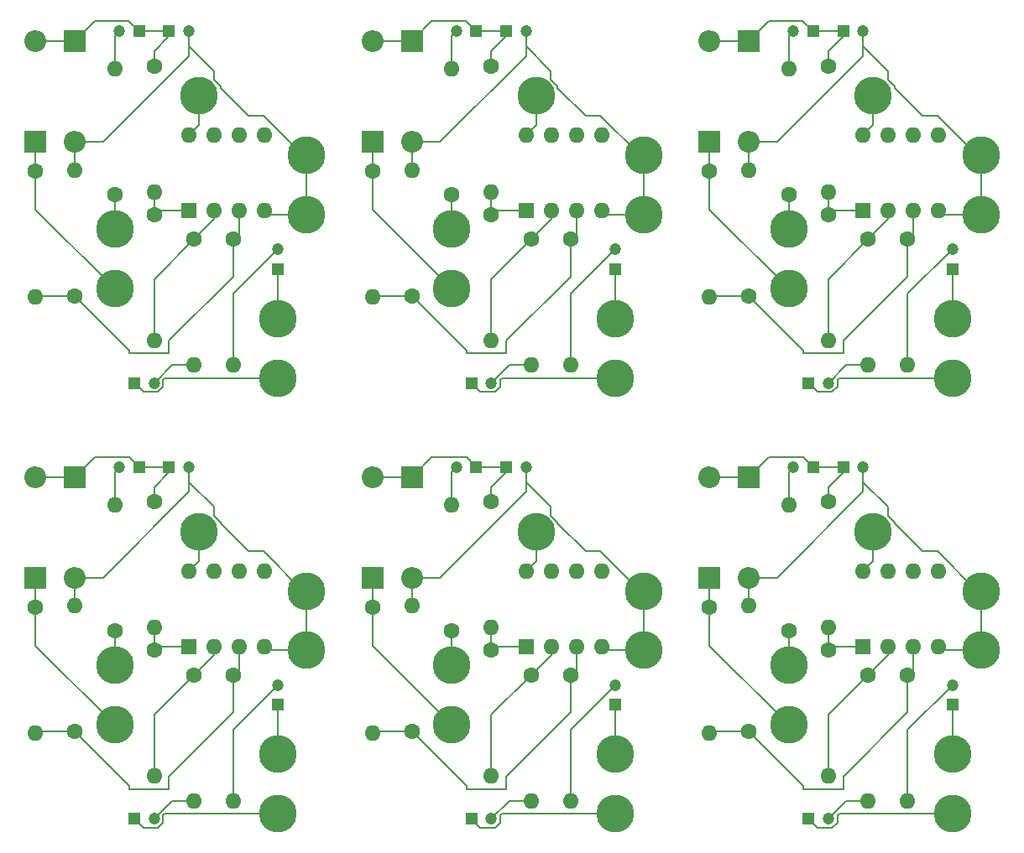
<source format=gbr>
%TF.GenerationSoftware,KiCad,Pcbnew,8.0.1*%
%TF.CreationDate,2024-05-08T16:13:39-04:00*%
%TF.ProjectId,whistle-synth,77686973-746c-4652-9d73-796e74682e6b,rev?*%
%TF.SameCoordinates,Original*%
%TF.FileFunction,Copper,L1,Top*%
%TF.FilePolarity,Positive*%
%FSLAX46Y46*%
G04 Gerber Fmt 4.6, Leading zero omitted, Abs format (unit mm)*
G04 Created by KiCad (PCBNEW 8.0.1) date 2024-05-08 16:13:39*
%MOMM*%
%LPD*%
G01*
G04 APERTURE LIST*
%TA.AperFunction,ConnectorPad*%
%ADD10C,3.800000*%
%TD*%
%TA.AperFunction,ComponentPad*%
%ADD11C,2.600000*%
%TD*%
%TA.AperFunction,ComponentPad*%
%ADD12C,1.200000*%
%TD*%
%TA.AperFunction,ComponentPad*%
%ADD13R,1.200000X1.200000*%
%TD*%
%TA.AperFunction,ComponentPad*%
%ADD14O,1.600000X1.600000*%
%TD*%
%TA.AperFunction,ComponentPad*%
%ADD15C,1.600000*%
%TD*%
%TA.AperFunction,ComponentPad*%
%ADD16O,2.200000X2.200000*%
%TD*%
%TA.AperFunction,ComponentPad*%
%ADD17R,2.200000X2.200000*%
%TD*%
%TA.AperFunction,ComponentPad*%
%ADD18R,1.600000X1.600000*%
%TD*%
%TA.AperFunction,Conductor*%
%ADD19C,0.200000*%
%TD*%
G04 APERTURE END LIST*
D10*
%TO.P,H4,1,1*%
%TO.N,Net-(H4-Pad1)*%
X228000000Y-68500000D03*
D11*
X228000000Y-68500000D03*
%TD*%
D12*
%TO.P,C2,2*%
%TO.N,Net-(C2-Pad2)*%
X244500000Y-70500000D03*
D13*
%TO.P,C2,1*%
%TO.N,Net-(C2-Pad1)*%
X244500000Y-72500000D03*
%TD*%
D10*
%TO.P,H2,1,1*%
%TO.N,Net-(C2-Pad1)*%
X244500000Y-77500000D03*
D11*
X244500000Y-77500000D03*
%TD*%
D14*
%TO.P,R3,2*%
%TO.N,Net-(U1A--)*%
X232000000Y-79700000D03*
D15*
%TO.P,R3,1*%
%TO.N,Net-(R3-Pad1)*%
X232000000Y-67000000D03*
%TD*%
D16*
%TO.P,D1,2,A*%
%TO.N,Net-(D1-A)*%
X224000000Y-59660000D03*
D17*
%TO.P,D1,1,K*%
%TO.N,Net-(D1-K)*%
X224000000Y-49500000D03*
%TD*%
D12*
%TO.P,C3,2*%
%TO.N,Net-(D1-A)*%
X235500000Y-48500000D03*
D13*
%TO.P,C3,1*%
%TO.N,Net-(D1-K)*%
X233500000Y-48500000D03*
%TD*%
D16*
%TO.P,D2,2,A*%
%TO.N,Net-(D1-K)*%
X220000000Y-49500000D03*
D17*
%TO.P,D2,1,K*%
%TO.N,Net-(D2-K)*%
X220000000Y-59660000D03*
%TD*%
D14*
%TO.P,R1,2*%
%TO.N,Net-(C1-Pad2)*%
X236000000Y-82200000D03*
D15*
%TO.P,R1,1*%
%TO.N,Net-(U1A--)*%
X236000000Y-69500000D03*
%TD*%
D10*
%TO.P,H1,1,1*%
%TO.N,Net-(C1-Pad1)*%
X244500000Y-83500000D03*
D11*
X244500000Y-83500000D03*
%TD*%
D12*
%TO.P,C4,2*%
%TO.N,Net-(C4-Pad2)*%
X228472600Y-48500000D03*
D13*
%TO.P,C4,1*%
%TO.N,Net-(D1-K)*%
X230472600Y-48500000D03*
%TD*%
D10*
%TO.P,H3,1,1*%
%TO.N,Net-(D1-A)*%
X247380000Y-67000000D03*
D11*
X247380000Y-67000000D03*
%TD*%
D10*
%TO.P,H5,1,1*%
%TO.N,Net-(D1-A)*%
X247380000Y-61000000D03*
D11*
X247380000Y-61000000D03*
%TD*%
D14*
%TO.P,R2,2*%
%TO.N,Net-(C2-Pad2)*%
X240000000Y-82200000D03*
D15*
%TO.P,R2,1*%
%TO.N,Net-(U1A-+)*%
X240000000Y-69500000D03*
%TD*%
D10*
%TO.P,H7,1,1*%
%TO.N,Net-(D2-K)*%
X228000000Y-74500000D03*
D11*
X228000000Y-74500000D03*
%TD*%
D14*
%TO.P,U1,8,V+*%
%TO.N,Net-(U1C-V+)*%
X235500000Y-59000000D03*
%TO.P,U1,7*%
%TO.N,unconnected-(U1-Pad7)*%
X238040000Y-59000000D03*
%TO.P,U1,6,-*%
%TO.N,unconnected-(U1B---Pad6)*%
X240580000Y-59000000D03*
%TO.P,U1,5,+*%
%TO.N,unconnected-(U1B-+-Pad5)*%
X243120000Y-59000000D03*
%TO.P,U1,4,V-*%
%TO.N,Net-(D1-A)*%
X243120000Y-66620000D03*
%TO.P,U1,3,+*%
%TO.N,Net-(U1A-+)*%
X240580000Y-66620000D03*
%TO.P,U1,2,-*%
%TO.N,Net-(U1A--)*%
X238040000Y-66620000D03*
D18*
%TO.P,U1,1*%
%TO.N,Net-(R3-Pad1)*%
X235500000Y-66620000D03*
%TD*%
D10*
%TO.P,H6,1,1*%
%TO.N,Net-(U1C-V+)*%
X236500000Y-55000000D03*
D11*
X236500000Y-55000000D03*
%TD*%
D14*
%TO.P,R5,2*%
%TO.N,Net-(D1-A)*%
X224000000Y-62500000D03*
D15*
%TO.P,R5,1*%
%TO.N,Net-(U1A-+)*%
X224000000Y-75200000D03*
%TD*%
D14*
%TO.P,R4,2*%
%TO.N,Net-(R3-Pad1)*%
X232000000Y-64700000D03*
D15*
%TO.P,R4,1*%
%TO.N,Net-(D1-K)*%
X232000000Y-52000000D03*
%TD*%
D14*
%TO.P,R7,2*%
%TO.N,Net-(C4-Pad2)*%
X228000000Y-52300000D03*
D15*
%TO.P,R7,1*%
%TO.N,Net-(H4-Pad1)*%
X228000000Y-65000000D03*
%TD*%
D12*
%TO.P,C1,2*%
%TO.N,Net-(C1-Pad2)*%
X232000000Y-84000000D03*
D13*
%TO.P,C1,1*%
%TO.N,Net-(C1-Pad1)*%
X230000000Y-84000000D03*
%TD*%
D14*
%TO.P,R6,2*%
%TO.N,Net-(U1A-+)*%
X220000000Y-75350000D03*
D15*
%TO.P,R6,1*%
%TO.N,Net-(D2-K)*%
X220000000Y-62650000D03*
%TD*%
D11*
%TO.P,H4,1,1*%
%TO.N,Net-(H4-Pad1)*%
X194000000Y-68500000D03*
D10*
X194000000Y-68500000D03*
%TD*%
D13*
%TO.P,C2,1*%
%TO.N,Net-(C2-Pad1)*%
X210500000Y-72500000D03*
D12*
%TO.P,C2,2*%
%TO.N,Net-(C2-Pad2)*%
X210500000Y-70500000D03*
%TD*%
D11*
%TO.P,H2,1,1*%
%TO.N,Net-(C2-Pad1)*%
X210500000Y-77500000D03*
D10*
X210500000Y-77500000D03*
%TD*%
D15*
%TO.P,R3,1*%
%TO.N,Net-(R3-Pad1)*%
X198000000Y-67000000D03*
D14*
%TO.P,R3,2*%
%TO.N,Net-(U1A--)*%
X198000000Y-79700000D03*
%TD*%
D17*
%TO.P,D1,1,K*%
%TO.N,Net-(D1-K)*%
X190000000Y-49500000D03*
D16*
%TO.P,D1,2,A*%
%TO.N,Net-(D1-A)*%
X190000000Y-59660000D03*
%TD*%
D13*
%TO.P,C3,1*%
%TO.N,Net-(D1-K)*%
X199500000Y-48500000D03*
D12*
%TO.P,C3,2*%
%TO.N,Net-(D1-A)*%
X201500000Y-48500000D03*
%TD*%
D17*
%TO.P,D2,1,K*%
%TO.N,Net-(D2-K)*%
X186000000Y-59660000D03*
D16*
%TO.P,D2,2,A*%
%TO.N,Net-(D1-K)*%
X186000000Y-49500000D03*
%TD*%
D15*
%TO.P,R1,1*%
%TO.N,Net-(U1A--)*%
X202000000Y-69500000D03*
D14*
%TO.P,R1,2*%
%TO.N,Net-(C1-Pad2)*%
X202000000Y-82200000D03*
%TD*%
D11*
%TO.P,H1,1,1*%
%TO.N,Net-(C1-Pad1)*%
X210500000Y-83500000D03*
D10*
X210500000Y-83500000D03*
%TD*%
D13*
%TO.P,C4,1*%
%TO.N,Net-(D1-K)*%
X196472600Y-48500000D03*
D12*
%TO.P,C4,2*%
%TO.N,Net-(C4-Pad2)*%
X194472600Y-48500000D03*
%TD*%
D11*
%TO.P,H3,1,1*%
%TO.N,Net-(D1-A)*%
X213380000Y-67000000D03*
D10*
X213380000Y-67000000D03*
%TD*%
D11*
%TO.P,H5,1,1*%
%TO.N,Net-(D1-A)*%
X213380000Y-61000000D03*
D10*
X213380000Y-61000000D03*
%TD*%
D15*
%TO.P,R2,1*%
%TO.N,Net-(U1A-+)*%
X206000000Y-69500000D03*
D14*
%TO.P,R2,2*%
%TO.N,Net-(C2-Pad2)*%
X206000000Y-82200000D03*
%TD*%
D11*
%TO.P,H7,1,1*%
%TO.N,Net-(D2-K)*%
X194000000Y-74500000D03*
D10*
X194000000Y-74500000D03*
%TD*%
D18*
%TO.P,U1,1*%
%TO.N,Net-(R3-Pad1)*%
X201500000Y-66620000D03*
D14*
%TO.P,U1,2,-*%
%TO.N,Net-(U1A--)*%
X204040000Y-66620000D03*
%TO.P,U1,3,+*%
%TO.N,Net-(U1A-+)*%
X206580000Y-66620000D03*
%TO.P,U1,4,V-*%
%TO.N,Net-(D1-A)*%
X209120000Y-66620000D03*
%TO.P,U1,5,+*%
%TO.N,unconnected-(U1B-+-Pad5)*%
X209120000Y-59000000D03*
%TO.P,U1,6,-*%
%TO.N,unconnected-(U1B---Pad6)*%
X206580000Y-59000000D03*
%TO.P,U1,7*%
%TO.N,unconnected-(U1-Pad7)*%
X204040000Y-59000000D03*
%TO.P,U1,8,V+*%
%TO.N,Net-(U1C-V+)*%
X201500000Y-59000000D03*
%TD*%
D11*
%TO.P,H6,1,1*%
%TO.N,Net-(U1C-V+)*%
X202500000Y-55000000D03*
D10*
X202500000Y-55000000D03*
%TD*%
D15*
%TO.P,R5,1*%
%TO.N,Net-(U1A-+)*%
X190000000Y-75200000D03*
D14*
%TO.P,R5,2*%
%TO.N,Net-(D1-A)*%
X190000000Y-62500000D03*
%TD*%
D15*
%TO.P,R4,1*%
%TO.N,Net-(D1-K)*%
X198000000Y-52000000D03*
D14*
%TO.P,R4,2*%
%TO.N,Net-(R3-Pad1)*%
X198000000Y-64700000D03*
%TD*%
D15*
%TO.P,R7,1*%
%TO.N,Net-(H4-Pad1)*%
X194000000Y-65000000D03*
D14*
%TO.P,R7,2*%
%TO.N,Net-(C4-Pad2)*%
X194000000Y-52300000D03*
%TD*%
D13*
%TO.P,C1,1*%
%TO.N,Net-(C1-Pad1)*%
X196000000Y-84000000D03*
D12*
%TO.P,C1,2*%
%TO.N,Net-(C1-Pad2)*%
X198000000Y-84000000D03*
%TD*%
D15*
%TO.P,R6,1*%
%TO.N,Net-(D2-K)*%
X186000000Y-62650000D03*
D14*
%TO.P,R6,2*%
%TO.N,Net-(U1A-+)*%
X186000000Y-75350000D03*
%TD*%
D11*
%TO.P,H4,1,1*%
%TO.N,Net-(H4-Pad1)*%
X160000000Y-68500000D03*
D10*
X160000000Y-68500000D03*
%TD*%
D13*
%TO.P,C2,1*%
%TO.N,Net-(C2-Pad1)*%
X176500000Y-72500000D03*
D12*
%TO.P,C2,2*%
%TO.N,Net-(C2-Pad2)*%
X176500000Y-70500000D03*
%TD*%
D11*
%TO.P,H2,1,1*%
%TO.N,Net-(C2-Pad1)*%
X176500000Y-77500000D03*
D10*
X176500000Y-77500000D03*
%TD*%
D15*
%TO.P,R3,1*%
%TO.N,Net-(R3-Pad1)*%
X164000000Y-67000000D03*
D14*
%TO.P,R3,2*%
%TO.N,Net-(U1A--)*%
X164000000Y-79700000D03*
%TD*%
D17*
%TO.P,D1,1,K*%
%TO.N,Net-(D1-K)*%
X156000000Y-49500000D03*
D16*
%TO.P,D1,2,A*%
%TO.N,Net-(D1-A)*%
X156000000Y-59660000D03*
%TD*%
D13*
%TO.P,C3,1*%
%TO.N,Net-(D1-K)*%
X165500000Y-48500000D03*
D12*
%TO.P,C3,2*%
%TO.N,Net-(D1-A)*%
X167500000Y-48500000D03*
%TD*%
D17*
%TO.P,D2,1,K*%
%TO.N,Net-(D2-K)*%
X152000000Y-59660000D03*
D16*
%TO.P,D2,2,A*%
%TO.N,Net-(D1-K)*%
X152000000Y-49500000D03*
%TD*%
D15*
%TO.P,R1,1*%
%TO.N,Net-(U1A--)*%
X168000000Y-69500000D03*
D14*
%TO.P,R1,2*%
%TO.N,Net-(C1-Pad2)*%
X168000000Y-82200000D03*
%TD*%
D11*
%TO.P,H1,1,1*%
%TO.N,Net-(C1-Pad1)*%
X176500000Y-83500000D03*
D10*
X176500000Y-83500000D03*
%TD*%
D13*
%TO.P,C4,1*%
%TO.N,Net-(D1-K)*%
X162472600Y-48500000D03*
D12*
%TO.P,C4,2*%
%TO.N,Net-(C4-Pad2)*%
X160472600Y-48500000D03*
%TD*%
D11*
%TO.P,H3,1,1*%
%TO.N,Net-(D1-A)*%
X179380000Y-67000000D03*
D10*
X179380000Y-67000000D03*
%TD*%
D11*
%TO.P,H5,1,1*%
%TO.N,Net-(D1-A)*%
X179380000Y-61000000D03*
D10*
X179380000Y-61000000D03*
%TD*%
D15*
%TO.P,R2,1*%
%TO.N,Net-(U1A-+)*%
X172000000Y-69500000D03*
D14*
%TO.P,R2,2*%
%TO.N,Net-(C2-Pad2)*%
X172000000Y-82200000D03*
%TD*%
D11*
%TO.P,H7,1,1*%
%TO.N,Net-(D2-K)*%
X160000000Y-74500000D03*
D10*
X160000000Y-74500000D03*
%TD*%
D18*
%TO.P,U1,1*%
%TO.N,Net-(R3-Pad1)*%
X167500000Y-66620000D03*
D14*
%TO.P,U1,2,-*%
%TO.N,Net-(U1A--)*%
X170040000Y-66620000D03*
%TO.P,U1,3,+*%
%TO.N,Net-(U1A-+)*%
X172580000Y-66620000D03*
%TO.P,U1,4,V-*%
%TO.N,Net-(D1-A)*%
X175120000Y-66620000D03*
%TO.P,U1,5,+*%
%TO.N,unconnected-(U1B-+-Pad5)*%
X175120000Y-59000000D03*
%TO.P,U1,6,-*%
%TO.N,unconnected-(U1B---Pad6)*%
X172580000Y-59000000D03*
%TO.P,U1,7*%
%TO.N,unconnected-(U1-Pad7)*%
X170040000Y-59000000D03*
%TO.P,U1,8,V+*%
%TO.N,Net-(U1C-V+)*%
X167500000Y-59000000D03*
%TD*%
D11*
%TO.P,H6,1,1*%
%TO.N,Net-(U1C-V+)*%
X168500000Y-55000000D03*
D10*
X168500000Y-55000000D03*
%TD*%
D15*
%TO.P,R5,1*%
%TO.N,Net-(U1A-+)*%
X156000000Y-75200000D03*
D14*
%TO.P,R5,2*%
%TO.N,Net-(D1-A)*%
X156000000Y-62500000D03*
%TD*%
D15*
%TO.P,R4,1*%
%TO.N,Net-(D1-K)*%
X164000000Y-52000000D03*
D14*
%TO.P,R4,2*%
%TO.N,Net-(R3-Pad1)*%
X164000000Y-64700000D03*
%TD*%
D15*
%TO.P,R7,1*%
%TO.N,Net-(H4-Pad1)*%
X160000000Y-65000000D03*
D14*
%TO.P,R7,2*%
%TO.N,Net-(C4-Pad2)*%
X160000000Y-52300000D03*
%TD*%
D13*
%TO.P,C1,1*%
%TO.N,Net-(C1-Pad1)*%
X162000000Y-84000000D03*
D12*
%TO.P,C1,2*%
%TO.N,Net-(C1-Pad2)*%
X164000000Y-84000000D03*
%TD*%
D15*
%TO.P,R6,1*%
%TO.N,Net-(D2-K)*%
X152000000Y-62650000D03*
D14*
%TO.P,R6,2*%
%TO.N,Net-(U1A-+)*%
X152000000Y-75350000D03*
%TD*%
D11*
%TO.P,H4,1,1*%
%TO.N,Net-(H4-Pad1)*%
X228000000Y-112500000D03*
D10*
X228000000Y-112500000D03*
%TD*%
D13*
%TO.P,C2,1*%
%TO.N,Net-(C2-Pad1)*%
X244500000Y-116500000D03*
D12*
%TO.P,C2,2*%
%TO.N,Net-(C2-Pad2)*%
X244500000Y-114500000D03*
%TD*%
D11*
%TO.P,H2,1,1*%
%TO.N,Net-(C2-Pad1)*%
X244500000Y-121500000D03*
D10*
X244500000Y-121500000D03*
%TD*%
D15*
%TO.P,R3,1*%
%TO.N,Net-(R3-Pad1)*%
X232000000Y-111000000D03*
D14*
%TO.P,R3,2*%
%TO.N,Net-(U1A--)*%
X232000000Y-123700000D03*
%TD*%
D17*
%TO.P,D1,1,K*%
%TO.N,Net-(D1-K)*%
X224000000Y-93500000D03*
D16*
%TO.P,D1,2,A*%
%TO.N,Net-(D1-A)*%
X224000000Y-103660000D03*
%TD*%
D13*
%TO.P,C3,1*%
%TO.N,Net-(D1-K)*%
X233500000Y-92500000D03*
D12*
%TO.P,C3,2*%
%TO.N,Net-(D1-A)*%
X235500000Y-92500000D03*
%TD*%
D17*
%TO.P,D2,1,K*%
%TO.N,Net-(D2-K)*%
X220000000Y-103660000D03*
D16*
%TO.P,D2,2,A*%
%TO.N,Net-(D1-K)*%
X220000000Y-93500000D03*
%TD*%
D15*
%TO.P,R1,1*%
%TO.N,Net-(U1A--)*%
X236000000Y-113500000D03*
D14*
%TO.P,R1,2*%
%TO.N,Net-(C1-Pad2)*%
X236000000Y-126200000D03*
%TD*%
D11*
%TO.P,H1,1,1*%
%TO.N,Net-(C1-Pad1)*%
X244500000Y-127500000D03*
D10*
X244500000Y-127500000D03*
%TD*%
D13*
%TO.P,C4,1*%
%TO.N,Net-(D1-K)*%
X230472600Y-92500000D03*
D12*
%TO.P,C4,2*%
%TO.N,Net-(C4-Pad2)*%
X228472600Y-92500000D03*
%TD*%
D11*
%TO.P,H3,1,1*%
%TO.N,Net-(D1-A)*%
X247380000Y-111000000D03*
D10*
X247380000Y-111000000D03*
%TD*%
D11*
%TO.P,H5,1,1*%
%TO.N,Net-(D1-A)*%
X247380000Y-105000000D03*
D10*
X247380000Y-105000000D03*
%TD*%
D15*
%TO.P,R2,1*%
%TO.N,Net-(U1A-+)*%
X240000000Y-113500000D03*
D14*
%TO.P,R2,2*%
%TO.N,Net-(C2-Pad2)*%
X240000000Y-126200000D03*
%TD*%
D11*
%TO.P,H7,1,1*%
%TO.N,Net-(D2-K)*%
X228000000Y-118500000D03*
D10*
X228000000Y-118500000D03*
%TD*%
D18*
%TO.P,U1,1*%
%TO.N,Net-(R3-Pad1)*%
X235500000Y-110620000D03*
D14*
%TO.P,U1,2,-*%
%TO.N,Net-(U1A--)*%
X238040000Y-110620000D03*
%TO.P,U1,3,+*%
%TO.N,Net-(U1A-+)*%
X240580000Y-110620000D03*
%TO.P,U1,4,V-*%
%TO.N,Net-(D1-A)*%
X243120000Y-110620000D03*
%TO.P,U1,5,+*%
%TO.N,unconnected-(U1B-+-Pad5)*%
X243120000Y-103000000D03*
%TO.P,U1,6,-*%
%TO.N,unconnected-(U1B---Pad6)*%
X240580000Y-103000000D03*
%TO.P,U1,7*%
%TO.N,unconnected-(U1-Pad7)*%
X238040000Y-103000000D03*
%TO.P,U1,8,V+*%
%TO.N,Net-(U1C-V+)*%
X235500000Y-103000000D03*
%TD*%
D11*
%TO.P,H6,1,1*%
%TO.N,Net-(U1C-V+)*%
X236500000Y-99000000D03*
D10*
X236500000Y-99000000D03*
%TD*%
D15*
%TO.P,R5,1*%
%TO.N,Net-(U1A-+)*%
X224000000Y-119200000D03*
D14*
%TO.P,R5,2*%
%TO.N,Net-(D1-A)*%
X224000000Y-106500000D03*
%TD*%
D15*
%TO.P,R4,1*%
%TO.N,Net-(D1-K)*%
X232000000Y-96000000D03*
D14*
%TO.P,R4,2*%
%TO.N,Net-(R3-Pad1)*%
X232000000Y-108700000D03*
%TD*%
D15*
%TO.P,R7,1*%
%TO.N,Net-(H4-Pad1)*%
X228000000Y-109000000D03*
D14*
%TO.P,R7,2*%
%TO.N,Net-(C4-Pad2)*%
X228000000Y-96300000D03*
%TD*%
D13*
%TO.P,C1,1*%
%TO.N,Net-(C1-Pad1)*%
X230000000Y-128000000D03*
D12*
%TO.P,C1,2*%
%TO.N,Net-(C1-Pad2)*%
X232000000Y-128000000D03*
%TD*%
D15*
%TO.P,R6,1*%
%TO.N,Net-(D2-K)*%
X220000000Y-106650000D03*
D14*
%TO.P,R6,2*%
%TO.N,Net-(U1A-+)*%
X220000000Y-119350000D03*
%TD*%
D11*
%TO.P,H4,1,1*%
%TO.N,Net-(H4-Pad1)*%
X194000000Y-112500000D03*
D10*
X194000000Y-112500000D03*
%TD*%
D13*
%TO.P,C2,1*%
%TO.N,Net-(C2-Pad1)*%
X210500000Y-116500000D03*
D12*
%TO.P,C2,2*%
%TO.N,Net-(C2-Pad2)*%
X210500000Y-114500000D03*
%TD*%
D11*
%TO.P,H2,1,1*%
%TO.N,Net-(C2-Pad1)*%
X210500000Y-121500000D03*
D10*
X210500000Y-121500000D03*
%TD*%
D15*
%TO.P,R3,1*%
%TO.N,Net-(R3-Pad1)*%
X198000000Y-111000000D03*
D14*
%TO.P,R3,2*%
%TO.N,Net-(U1A--)*%
X198000000Y-123700000D03*
%TD*%
D17*
%TO.P,D1,1,K*%
%TO.N,Net-(D1-K)*%
X190000000Y-93500000D03*
D16*
%TO.P,D1,2,A*%
%TO.N,Net-(D1-A)*%
X190000000Y-103660000D03*
%TD*%
D13*
%TO.P,C3,1*%
%TO.N,Net-(D1-K)*%
X199500000Y-92500000D03*
D12*
%TO.P,C3,2*%
%TO.N,Net-(D1-A)*%
X201500000Y-92500000D03*
%TD*%
D17*
%TO.P,D2,1,K*%
%TO.N,Net-(D2-K)*%
X186000000Y-103660000D03*
D16*
%TO.P,D2,2,A*%
%TO.N,Net-(D1-K)*%
X186000000Y-93500000D03*
%TD*%
D15*
%TO.P,R1,1*%
%TO.N,Net-(U1A--)*%
X202000000Y-113500000D03*
D14*
%TO.P,R1,2*%
%TO.N,Net-(C1-Pad2)*%
X202000000Y-126200000D03*
%TD*%
D11*
%TO.P,H1,1,1*%
%TO.N,Net-(C1-Pad1)*%
X210500000Y-127500000D03*
D10*
X210500000Y-127500000D03*
%TD*%
D13*
%TO.P,C4,1*%
%TO.N,Net-(D1-K)*%
X196472600Y-92500000D03*
D12*
%TO.P,C4,2*%
%TO.N,Net-(C4-Pad2)*%
X194472600Y-92500000D03*
%TD*%
D11*
%TO.P,H3,1,1*%
%TO.N,Net-(D1-A)*%
X213380000Y-111000000D03*
D10*
X213380000Y-111000000D03*
%TD*%
D11*
%TO.P,H5,1,1*%
%TO.N,Net-(D1-A)*%
X213380000Y-105000000D03*
D10*
X213380000Y-105000000D03*
%TD*%
D15*
%TO.P,R2,1*%
%TO.N,Net-(U1A-+)*%
X206000000Y-113500000D03*
D14*
%TO.P,R2,2*%
%TO.N,Net-(C2-Pad2)*%
X206000000Y-126200000D03*
%TD*%
D11*
%TO.P,H7,1,1*%
%TO.N,Net-(D2-K)*%
X194000000Y-118500000D03*
D10*
X194000000Y-118500000D03*
%TD*%
D18*
%TO.P,U1,1*%
%TO.N,Net-(R3-Pad1)*%
X201500000Y-110620000D03*
D14*
%TO.P,U1,2,-*%
%TO.N,Net-(U1A--)*%
X204040000Y-110620000D03*
%TO.P,U1,3,+*%
%TO.N,Net-(U1A-+)*%
X206580000Y-110620000D03*
%TO.P,U1,4,V-*%
%TO.N,Net-(D1-A)*%
X209120000Y-110620000D03*
%TO.P,U1,5,+*%
%TO.N,unconnected-(U1B-+-Pad5)*%
X209120000Y-103000000D03*
%TO.P,U1,6,-*%
%TO.N,unconnected-(U1B---Pad6)*%
X206580000Y-103000000D03*
%TO.P,U1,7*%
%TO.N,unconnected-(U1-Pad7)*%
X204040000Y-103000000D03*
%TO.P,U1,8,V+*%
%TO.N,Net-(U1C-V+)*%
X201500000Y-103000000D03*
%TD*%
D11*
%TO.P,H6,1,1*%
%TO.N,Net-(U1C-V+)*%
X202500000Y-99000000D03*
D10*
X202500000Y-99000000D03*
%TD*%
D15*
%TO.P,R5,1*%
%TO.N,Net-(U1A-+)*%
X190000000Y-119200000D03*
D14*
%TO.P,R5,2*%
%TO.N,Net-(D1-A)*%
X190000000Y-106500000D03*
%TD*%
D15*
%TO.P,R4,1*%
%TO.N,Net-(D1-K)*%
X198000000Y-96000000D03*
D14*
%TO.P,R4,2*%
%TO.N,Net-(R3-Pad1)*%
X198000000Y-108700000D03*
%TD*%
D15*
%TO.P,R7,1*%
%TO.N,Net-(H4-Pad1)*%
X194000000Y-109000000D03*
D14*
%TO.P,R7,2*%
%TO.N,Net-(C4-Pad2)*%
X194000000Y-96300000D03*
%TD*%
D13*
%TO.P,C1,1*%
%TO.N,Net-(C1-Pad1)*%
X196000000Y-128000000D03*
D12*
%TO.P,C1,2*%
%TO.N,Net-(C1-Pad2)*%
X198000000Y-128000000D03*
%TD*%
D15*
%TO.P,R6,1*%
%TO.N,Net-(D2-K)*%
X186000000Y-106650000D03*
D14*
%TO.P,R6,2*%
%TO.N,Net-(U1A-+)*%
X186000000Y-119350000D03*
%TD*%
D18*
%TO.P,U1,1*%
%TO.N,Net-(R3-Pad1)*%
X167500000Y-110620000D03*
D14*
%TO.P,U1,2,-*%
%TO.N,Net-(U1A--)*%
X170040000Y-110620000D03*
%TO.P,U1,3,+*%
%TO.N,Net-(U1A-+)*%
X172580000Y-110620000D03*
%TO.P,U1,4,V-*%
%TO.N,Net-(D1-A)*%
X175120000Y-110620000D03*
%TO.P,U1,5,+*%
%TO.N,unconnected-(U1B-+-Pad5)*%
X175120000Y-103000000D03*
%TO.P,U1,6,-*%
%TO.N,unconnected-(U1B---Pad6)*%
X172580000Y-103000000D03*
%TO.P,U1,7*%
%TO.N,unconnected-(U1-Pad7)*%
X170040000Y-103000000D03*
%TO.P,U1,8,V+*%
%TO.N,Net-(U1C-V+)*%
X167500000Y-103000000D03*
%TD*%
D15*
%TO.P,R7,1*%
%TO.N,Net-(H4-Pad1)*%
X160000000Y-109000000D03*
D14*
%TO.P,R7,2*%
%TO.N,Net-(C4-Pad2)*%
X160000000Y-96300000D03*
%TD*%
D15*
%TO.P,R6,1*%
%TO.N,Net-(D2-K)*%
X152000000Y-106650000D03*
D14*
%TO.P,R6,2*%
%TO.N,Net-(U1A-+)*%
X152000000Y-119350000D03*
%TD*%
%TO.P,R5,2*%
%TO.N,Net-(D1-A)*%
X156000000Y-106500000D03*
D15*
%TO.P,R5,1*%
%TO.N,Net-(U1A-+)*%
X156000000Y-119200000D03*
%TD*%
%TO.P,R4,1*%
%TO.N,Net-(D1-K)*%
X164000000Y-96000000D03*
D14*
%TO.P,R4,2*%
%TO.N,Net-(R3-Pad1)*%
X164000000Y-108700000D03*
%TD*%
D15*
%TO.P,R3,1*%
%TO.N,Net-(R3-Pad1)*%
X164000000Y-111000000D03*
D14*
%TO.P,R3,2*%
%TO.N,Net-(U1A--)*%
X164000000Y-123700000D03*
%TD*%
%TO.P,R2,2*%
%TO.N,Net-(C2-Pad2)*%
X172000000Y-126200000D03*
D15*
%TO.P,R2,1*%
%TO.N,Net-(U1A-+)*%
X172000000Y-113500000D03*
%TD*%
D14*
%TO.P,R1,2*%
%TO.N,Net-(C1-Pad2)*%
X168000000Y-126200000D03*
D15*
%TO.P,R1,1*%
%TO.N,Net-(U1A--)*%
X168000000Y-113500000D03*
%TD*%
D11*
%TO.P,H7,1,1*%
%TO.N,Net-(D2-K)*%
X160000000Y-118500000D03*
D10*
X160000000Y-118500000D03*
%TD*%
D11*
%TO.P,H6,1,1*%
%TO.N,Net-(U1C-V+)*%
X168500000Y-99000000D03*
D10*
X168500000Y-99000000D03*
%TD*%
D11*
%TO.P,H5,1,1*%
%TO.N,Net-(D1-A)*%
X179380000Y-105000000D03*
D10*
X179380000Y-105000000D03*
%TD*%
D11*
%TO.P,H4,1,1*%
%TO.N,Net-(H4-Pad1)*%
X160000000Y-112500000D03*
D10*
X160000000Y-112500000D03*
%TD*%
D11*
%TO.P,H3,1,1*%
%TO.N,Net-(D1-A)*%
X179380000Y-111000000D03*
D10*
X179380000Y-111000000D03*
%TD*%
D11*
%TO.P,H2,1,1*%
%TO.N,Net-(C2-Pad1)*%
X176500000Y-121500000D03*
D10*
X176500000Y-121500000D03*
%TD*%
D11*
%TO.P,H1,1,1*%
%TO.N,Net-(C1-Pad1)*%
X176500000Y-127500000D03*
D10*
X176500000Y-127500000D03*
%TD*%
D17*
%TO.P,D2,1,K*%
%TO.N,Net-(D2-K)*%
X152000000Y-103660000D03*
D16*
%TO.P,D2,2,A*%
%TO.N,Net-(D1-K)*%
X152000000Y-93500000D03*
%TD*%
D17*
%TO.P,D1,1,K*%
%TO.N,Net-(D1-K)*%
X156000000Y-93500000D03*
D16*
%TO.P,D1,2,A*%
%TO.N,Net-(D1-A)*%
X156000000Y-103660000D03*
%TD*%
D13*
%TO.P,C4,1*%
%TO.N,Net-(D1-K)*%
X162472600Y-92500000D03*
D12*
%TO.P,C4,2*%
%TO.N,Net-(C4-Pad2)*%
X160472600Y-92500000D03*
%TD*%
D13*
%TO.P,C3,1*%
%TO.N,Net-(D1-K)*%
X165500000Y-92500000D03*
D12*
%TO.P,C3,2*%
%TO.N,Net-(D1-A)*%
X167500000Y-92500000D03*
%TD*%
D13*
%TO.P,C2,1*%
%TO.N,Net-(C2-Pad1)*%
X176500000Y-116500000D03*
D12*
%TO.P,C2,2*%
%TO.N,Net-(C2-Pad2)*%
X176500000Y-114500000D03*
%TD*%
%TO.P,C1,2*%
%TO.N,Net-(C1-Pad2)*%
X164000000Y-128000000D03*
D13*
%TO.P,C1,1*%
%TO.N,Net-(C1-Pad1)*%
X162000000Y-128000000D03*
%TD*%
D19*
%TO.N,Net-(U1A--)*%
X236000000Y-69500000D02*
X238040000Y-67460000D01*
%TO.N,Net-(D2-K)*%
X220000000Y-62650000D02*
X220000000Y-59660000D01*
%TO.N,Net-(U1A--)*%
X238040000Y-67460000D02*
X238040000Y-66620000D01*
%TO.N,Net-(D1-A)*%
X247380000Y-67000000D02*
X243500000Y-67000000D01*
X243500000Y-67000000D02*
X243120000Y-66620000D01*
%TO.N,Net-(C2-Pad1)*%
X244500000Y-77500000D02*
X244500000Y-72500000D01*
%TO.N,Net-(U1A-+)*%
X229500000Y-81000000D02*
X229500000Y-80700000D01*
X229500000Y-80700000D02*
X224000000Y-75200000D01*
X233500000Y-79755635D02*
X233500000Y-81000000D01*
X240000000Y-73255635D02*
X233500000Y-79755635D01*
X240000000Y-69500000D02*
X240000000Y-73255635D01*
X233500000Y-81000000D02*
X229500000Y-81000000D01*
%TO.N,Net-(D1-K)*%
X224000000Y-49500000D02*
X226000000Y-47500000D01*
X229500000Y-47500000D02*
X229500000Y-47527400D01*
X229500000Y-47527400D02*
X230472600Y-48500000D01*
X226000000Y-47500000D02*
X229500000Y-47500000D01*
%TO.N,Net-(U1C-V+)*%
X236500000Y-58000000D02*
X235500000Y-59000000D01*
%TO.N,Net-(D1-K)*%
X230472600Y-48500000D02*
X233500000Y-48500000D01*
%TO.N,Net-(U1A--)*%
X232000000Y-79700000D02*
X232000000Y-73500000D01*
%TO.N,Net-(D1-A)*%
X247380000Y-61000000D02*
X247380000Y-67000000D01*
%TO.N,Net-(D1-K)*%
X233500000Y-49000000D02*
X232000000Y-50500000D01*
X232000000Y-50500000D02*
X232000000Y-52000000D01*
%TO.N,Net-(U1C-V+)*%
X236500000Y-55000000D02*
X236500000Y-58000000D01*
%TO.N,Net-(U1A--)*%
X232000000Y-73500000D02*
X236000000Y-69500000D01*
%TO.N,Net-(D1-K)*%
X233500000Y-48500000D02*
X233500000Y-49000000D01*
%TO.N,Net-(C4-Pad2)*%
X228000000Y-48972600D02*
X228472600Y-48500000D01*
X228000000Y-52300000D02*
X228000000Y-48972600D01*
%TO.N,Net-(D2-K)*%
X220000000Y-66500000D02*
X220000000Y-62650000D01*
%TO.N,Net-(D1-A)*%
X235500000Y-50000000D02*
X238000000Y-52500000D01*
X235500000Y-48500000D02*
X235500000Y-50000000D01*
X238000000Y-52500000D02*
X238000000Y-53388730D01*
X238700000Y-54088730D02*
X238700000Y-54200000D01*
X238000000Y-53388730D02*
X238700000Y-54088730D01*
X247000000Y-61000000D02*
X247380000Y-61000000D01*
%TO.N,Net-(U1A-+)*%
X240580000Y-66620000D02*
X240580000Y-68920000D01*
%TO.N,Net-(D1-A)*%
X243000000Y-57000000D02*
X247000000Y-61000000D01*
X238700000Y-54200000D02*
X241500000Y-57000000D01*
X224000000Y-62500000D02*
X224000000Y-59660000D01*
%TO.N,Net-(D1-K)*%
X220000000Y-49500000D02*
X224000000Y-49500000D01*
%TO.N,Net-(D1-A)*%
X241500000Y-57000000D02*
X243000000Y-57000000D01*
%TO.N,Net-(D2-K)*%
X228000000Y-74500000D02*
X220000000Y-66500000D01*
%TO.N,Net-(U1A-+)*%
X240580000Y-68920000D02*
X240000000Y-69500000D01*
%TO.N,Net-(R3-Pad1)*%
X232000000Y-67000000D02*
X232000000Y-64700000D01*
%TO.N,Net-(U1A-+)*%
X224000000Y-75200000D02*
X220150000Y-75200000D01*
X220150000Y-75200000D02*
X220000000Y-75350000D01*
%TO.N,Net-(H4-Pad1)*%
X228000000Y-68500000D02*
X228000000Y-65000000D01*
%TO.N,Net-(R3-Pad1)*%
X235500000Y-66620000D02*
X232380000Y-66620000D01*
X232380000Y-66620000D02*
X232000000Y-67000000D01*
%TO.N,Net-(C1-Pad1)*%
X232372793Y-84900000D02*
X230900000Y-84900000D01*
X244500000Y-83500000D02*
X233065686Y-83500000D01*
X232900000Y-84372793D02*
X232372793Y-84900000D01*
X230900000Y-84900000D02*
X230000000Y-84000000D01*
X233065686Y-83500000D02*
X232900000Y-83665686D01*
X232900000Y-83665686D02*
X232900000Y-84372793D01*
%TO.N,Net-(D1-A)*%
X224000000Y-59660000D02*
X226840000Y-59660000D01*
X226840000Y-59660000D02*
X235500000Y-51000000D01*
X235500000Y-51000000D02*
X235500000Y-48500000D01*
%TO.N,Net-(C2-Pad2)*%
X240000000Y-82200000D02*
X240000000Y-75000000D01*
%TO.N,Net-(C1-Pad2)*%
X232000000Y-84000000D02*
X233800000Y-82200000D01*
%TO.N,Net-(C2-Pad2)*%
X240000000Y-75000000D02*
X244500000Y-70500000D01*
%TO.N,Net-(C1-Pad2)*%
X233800000Y-82200000D02*
X236000000Y-82200000D01*
%TO.N,Net-(U1A--)*%
X202000000Y-69500000D02*
X204040000Y-67460000D01*
%TO.N,Net-(D2-K)*%
X186000000Y-62650000D02*
X186000000Y-59660000D01*
%TO.N,Net-(U1A--)*%
X204040000Y-67460000D02*
X204040000Y-66620000D01*
%TO.N,Net-(D1-A)*%
X213380000Y-67000000D02*
X209500000Y-67000000D01*
X209500000Y-67000000D02*
X209120000Y-66620000D01*
%TO.N,Net-(C2-Pad1)*%
X210500000Y-77500000D02*
X210500000Y-72500000D01*
%TO.N,Net-(U1A-+)*%
X195500000Y-81000000D02*
X195500000Y-80700000D01*
X195500000Y-80700000D02*
X190000000Y-75200000D01*
X199500000Y-79755635D02*
X199500000Y-81000000D01*
X206000000Y-73255635D02*
X199500000Y-79755635D01*
X206000000Y-69500000D02*
X206000000Y-73255635D01*
X199500000Y-81000000D02*
X195500000Y-81000000D01*
%TO.N,Net-(D1-K)*%
X190000000Y-49500000D02*
X192000000Y-47500000D01*
X195500000Y-47500000D02*
X195500000Y-47527400D01*
X195500000Y-47527400D02*
X196472600Y-48500000D01*
X192000000Y-47500000D02*
X195500000Y-47500000D01*
%TO.N,Net-(U1C-V+)*%
X202500000Y-58000000D02*
X201500000Y-59000000D01*
%TO.N,Net-(D1-K)*%
X196472600Y-48500000D02*
X199500000Y-48500000D01*
%TO.N,Net-(U1A--)*%
X198000000Y-79700000D02*
X198000000Y-73500000D01*
%TO.N,Net-(D1-A)*%
X213380000Y-61000000D02*
X213380000Y-67000000D01*
%TO.N,Net-(D1-K)*%
X199500000Y-49000000D02*
X198000000Y-50500000D01*
X198000000Y-50500000D02*
X198000000Y-52000000D01*
%TO.N,Net-(U1C-V+)*%
X202500000Y-55000000D02*
X202500000Y-58000000D01*
%TO.N,Net-(U1A--)*%
X198000000Y-73500000D02*
X202000000Y-69500000D01*
%TO.N,Net-(D1-K)*%
X199500000Y-48500000D02*
X199500000Y-49000000D01*
%TO.N,Net-(C4-Pad2)*%
X194000000Y-48972600D02*
X194472600Y-48500000D01*
X194000000Y-52300000D02*
X194000000Y-48972600D01*
%TO.N,Net-(D2-K)*%
X186000000Y-66500000D02*
X186000000Y-62650000D01*
%TO.N,Net-(D1-A)*%
X201500000Y-50000000D02*
X204000000Y-52500000D01*
X201500000Y-48500000D02*
X201500000Y-50000000D01*
X204000000Y-52500000D02*
X204000000Y-53388730D01*
X204700000Y-54088730D02*
X204700000Y-54200000D01*
X204000000Y-53388730D02*
X204700000Y-54088730D01*
X213000000Y-61000000D02*
X213380000Y-61000000D01*
%TO.N,Net-(U1A-+)*%
X206580000Y-66620000D02*
X206580000Y-68920000D01*
%TO.N,Net-(D1-A)*%
X209000000Y-57000000D02*
X213000000Y-61000000D01*
X204700000Y-54200000D02*
X207500000Y-57000000D01*
X190000000Y-62500000D02*
X190000000Y-59660000D01*
%TO.N,Net-(D1-K)*%
X186000000Y-49500000D02*
X190000000Y-49500000D01*
%TO.N,Net-(D1-A)*%
X207500000Y-57000000D02*
X209000000Y-57000000D01*
%TO.N,Net-(D2-K)*%
X194000000Y-74500000D02*
X186000000Y-66500000D01*
%TO.N,Net-(U1A-+)*%
X206580000Y-68920000D02*
X206000000Y-69500000D01*
%TO.N,Net-(R3-Pad1)*%
X198000000Y-67000000D02*
X198000000Y-64700000D01*
%TO.N,Net-(U1A-+)*%
X190000000Y-75200000D02*
X186150000Y-75200000D01*
X186150000Y-75200000D02*
X186000000Y-75350000D01*
%TO.N,Net-(H4-Pad1)*%
X194000000Y-68500000D02*
X194000000Y-65000000D01*
%TO.N,Net-(R3-Pad1)*%
X201500000Y-66620000D02*
X198380000Y-66620000D01*
X198380000Y-66620000D02*
X198000000Y-67000000D01*
%TO.N,Net-(C1-Pad1)*%
X198372793Y-84900000D02*
X196900000Y-84900000D01*
X210500000Y-83500000D02*
X199065686Y-83500000D01*
X198900000Y-84372793D02*
X198372793Y-84900000D01*
X196900000Y-84900000D02*
X196000000Y-84000000D01*
X199065686Y-83500000D02*
X198900000Y-83665686D01*
X198900000Y-83665686D02*
X198900000Y-84372793D01*
%TO.N,Net-(D1-A)*%
X190000000Y-59660000D02*
X192840000Y-59660000D01*
X192840000Y-59660000D02*
X201500000Y-51000000D01*
X201500000Y-51000000D02*
X201500000Y-48500000D01*
%TO.N,Net-(C2-Pad2)*%
X206000000Y-82200000D02*
X206000000Y-75000000D01*
%TO.N,Net-(C1-Pad2)*%
X198000000Y-84000000D02*
X199800000Y-82200000D01*
%TO.N,Net-(C2-Pad2)*%
X206000000Y-75000000D02*
X210500000Y-70500000D01*
%TO.N,Net-(C1-Pad2)*%
X199800000Y-82200000D02*
X202000000Y-82200000D01*
%TO.N,Net-(U1A--)*%
X168000000Y-69500000D02*
X170040000Y-67460000D01*
%TO.N,Net-(D2-K)*%
X152000000Y-62650000D02*
X152000000Y-59660000D01*
%TO.N,Net-(U1A--)*%
X170040000Y-67460000D02*
X170040000Y-66620000D01*
%TO.N,Net-(D1-A)*%
X179380000Y-67000000D02*
X175500000Y-67000000D01*
X175500000Y-67000000D02*
X175120000Y-66620000D01*
%TO.N,Net-(C2-Pad1)*%
X176500000Y-77500000D02*
X176500000Y-72500000D01*
%TO.N,Net-(U1A-+)*%
X161500000Y-81000000D02*
X161500000Y-80700000D01*
X161500000Y-80700000D02*
X156000000Y-75200000D01*
X165500000Y-79755635D02*
X165500000Y-81000000D01*
X172000000Y-73255635D02*
X165500000Y-79755635D01*
X172000000Y-69500000D02*
X172000000Y-73255635D01*
X165500000Y-81000000D02*
X161500000Y-81000000D01*
%TO.N,Net-(D1-K)*%
X156000000Y-49500000D02*
X158000000Y-47500000D01*
X161500000Y-47500000D02*
X161500000Y-47527400D01*
X161500000Y-47527400D02*
X162472600Y-48500000D01*
X158000000Y-47500000D02*
X161500000Y-47500000D01*
%TO.N,Net-(U1C-V+)*%
X168500000Y-58000000D02*
X167500000Y-59000000D01*
%TO.N,Net-(D1-K)*%
X162472600Y-48500000D02*
X165500000Y-48500000D01*
%TO.N,Net-(U1A--)*%
X164000000Y-79700000D02*
X164000000Y-73500000D01*
%TO.N,Net-(D1-A)*%
X179380000Y-61000000D02*
X179380000Y-67000000D01*
%TO.N,Net-(D1-K)*%
X165500000Y-49000000D02*
X164000000Y-50500000D01*
X164000000Y-50500000D02*
X164000000Y-52000000D01*
%TO.N,Net-(U1C-V+)*%
X168500000Y-55000000D02*
X168500000Y-58000000D01*
%TO.N,Net-(U1A--)*%
X164000000Y-73500000D02*
X168000000Y-69500000D01*
%TO.N,Net-(D1-K)*%
X165500000Y-48500000D02*
X165500000Y-49000000D01*
%TO.N,Net-(C4-Pad2)*%
X160000000Y-48972600D02*
X160472600Y-48500000D01*
X160000000Y-52300000D02*
X160000000Y-48972600D01*
%TO.N,Net-(D2-K)*%
X152000000Y-66500000D02*
X152000000Y-62650000D01*
%TO.N,Net-(D1-A)*%
X167500000Y-50000000D02*
X170000000Y-52500000D01*
X167500000Y-48500000D02*
X167500000Y-50000000D01*
X170000000Y-52500000D02*
X170000000Y-53388730D01*
X170700000Y-54088730D02*
X170700000Y-54200000D01*
X170000000Y-53388730D02*
X170700000Y-54088730D01*
X179000000Y-61000000D02*
X179380000Y-61000000D01*
%TO.N,Net-(U1A-+)*%
X172580000Y-66620000D02*
X172580000Y-68920000D01*
%TO.N,Net-(D1-A)*%
X175000000Y-57000000D02*
X179000000Y-61000000D01*
X170700000Y-54200000D02*
X173500000Y-57000000D01*
X156000000Y-62500000D02*
X156000000Y-59660000D01*
%TO.N,Net-(D1-K)*%
X152000000Y-49500000D02*
X156000000Y-49500000D01*
%TO.N,Net-(D1-A)*%
X173500000Y-57000000D02*
X175000000Y-57000000D01*
%TO.N,Net-(D2-K)*%
X160000000Y-74500000D02*
X152000000Y-66500000D01*
%TO.N,Net-(U1A-+)*%
X172580000Y-68920000D02*
X172000000Y-69500000D01*
%TO.N,Net-(R3-Pad1)*%
X164000000Y-67000000D02*
X164000000Y-64700000D01*
%TO.N,Net-(U1A-+)*%
X156000000Y-75200000D02*
X152150000Y-75200000D01*
X152150000Y-75200000D02*
X152000000Y-75350000D01*
%TO.N,Net-(H4-Pad1)*%
X160000000Y-68500000D02*
X160000000Y-65000000D01*
%TO.N,Net-(R3-Pad1)*%
X167500000Y-66620000D02*
X164380000Y-66620000D01*
X164380000Y-66620000D02*
X164000000Y-67000000D01*
%TO.N,Net-(C1-Pad1)*%
X164372793Y-84900000D02*
X162900000Y-84900000D01*
X176500000Y-83500000D02*
X165065686Y-83500000D01*
X164900000Y-84372793D02*
X164372793Y-84900000D01*
X162900000Y-84900000D02*
X162000000Y-84000000D01*
X165065686Y-83500000D02*
X164900000Y-83665686D01*
X164900000Y-83665686D02*
X164900000Y-84372793D01*
%TO.N,Net-(D1-A)*%
X156000000Y-59660000D02*
X158840000Y-59660000D01*
X158840000Y-59660000D02*
X167500000Y-51000000D01*
X167500000Y-51000000D02*
X167500000Y-48500000D01*
%TO.N,Net-(C2-Pad2)*%
X172000000Y-82200000D02*
X172000000Y-75000000D01*
%TO.N,Net-(C1-Pad2)*%
X164000000Y-84000000D02*
X165800000Y-82200000D01*
%TO.N,Net-(C2-Pad2)*%
X172000000Y-75000000D02*
X176500000Y-70500000D01*
%TO.N,Net-(C1-Pad2)*%
X165800000Y-82200000D02*
X168000000Y-82200000D01*
%TO.N,Net-(U1A--)*%
X236000000Y-113500000D02*
X238040000Y-111460000D01*
%TO.N,Net-(D2-K)*%
X220000000Y-106650000D02*
X220000000Y-103660000D01*
%TO.N,Net-(U1A--)*%
X238040000Y-111460000D02*
X238040000Y-110620000D01*
%TO.N,Net-(D1-A)*%
X247380000Y-111000000D02*
X243500000Y-111000000D01*
X243500000Y-111000000D02*
X243120000Y-110620000D01*
%TO.N,Net-(C2-Pad1)*%
X244500000Y-121500000D02*
X244500000Y-116500000D01*
%TO.N,Net-(U1A-+)*%
X229500000Y-125000000D02*
X229500000Y-124700000D01*
X229500000Y-124700000D02*
X224000000Y-119200000D01*
X233500000Y-123755635D02*
X233500000Y-125000000D01*
X240000000Y-117255635D02*
X233500000Y-123755635D01*
X240000000Y-113500000D02*
X240000000Y-117255635D01*
X233500000Y-125000000D02*
X229500000Y-125000000D01*
%TO.N,Net-(D1-K)*%
X224000000Y-93500000D02*
X226000000Y-91500000D01*
X229500000Y-91500000D02*
X229500000Y-91527400D01*
X229500000Y-91527400D02*
X230472600Y-92500000D01*
X226000000Y-91500000D02*
X229500000Y-91500000D01*
%TO.N,Net-(U1C-V+)*%
X236500000Y-102000000D02*
X235500000Y-103000000D01*
%TO.N,Net-(D1-K)*%
X230472600Y-92500000D02*
X233500000Y-92500000D01*
%TO.N,Net-(U1A--)*%
X232000000Y-123700000D02*
X232000000Y-117500000D01*
%TO.N,Net-(D1-A)*%
X247380000Y-105000000D02*
X247380000Y-111000000D01*
%TO.N,Net-(D1-K)*%
X233500000Y-93000000D02*
X232000000Y-94500000D01*
X232000000Y-94500000D02*
X232000000Y-96000000D01*
%TO.N,Net-(U1C-V+)*%
X236500000Y-99000000D02*
X236500000Y-102000000D01*
%TO.N,Net-(U1A--)*%
X232000000Y-117500000D02*
X236000000Y-113500000D01*
%TO.N,Net-(D1-K)*%
X233500000Y-92500000D02*
X233500000Y-93000000D01*
%TO.N,Net-(C4-Pad2)*%
X228000000Y-92972600D02*
X228472600Y-92500000D01*
X228000000Y-96300000D02*
X228000000Y-92972600D01*
%TO.N,Net-(D2-K)*%
X220000000Y-110500000D02*
X220000000Y-106650000D01*
%TO.N,Net-(D1-A)*%
X235500000Y-94000000D02*
X238000000Y-96500000D01*
X235500000Y-92500000D02*
X235500000Y-94000000D01*
X238000000Y-96500000D02*
X238000000Y-97388730D01*
X238700000Y-98088730D02*
X238700000Y-98200000D01*
X238000000Y-97388730D02*
X238700000Y-98088730D01*
X247000000Y-105000000D02*
X247380000Y-105000000D01*
%TO.N,Net-(U1A-+)*%
X240580000Y-110620000D02*
X240580000Y-112920000D01*
%TO.N,Net-(D1-A)*%
X243000000Y-101000000D02*
X247000000Y-105000000D01*
X238700000Y-98200000D02*
X241500000Y-101000000D01*
X224000000Y-106500000D02*
X224000000Y-103660000D01*
%TO.N,Net-(D1-K)*%
X220000000Y-93500000D02*
X224000000Y-93500000D01*
%TO.N,Net-(D1-A)*%
X241500000Y-101000000D02*
X243000000Y-101000000D01*
%TO.N,Net-(D2-K)*%
X228000000Y-118500000D02*
X220000000Y-110500000D01*
%TO.N,Net-(U1A-+)*%
X240580000Y-112920000D02*
X240000000Y-113500000D01*
%TO.N,Net-(R3-Pad1)*%
X232000000Y-111000000D02*
X232000000Y-108700000D01*
%TO.N,Net-(U1A-+)*%
X224000000Y-119200000D02*
X220150000Y-119200000D01*
X220150000Y-119200000D02*
X220000000Y-119350000D01*
%TO.N,Net-(H4-Pad1)*%
X228000000Y-112500000D02*
X228000000Y-109000000D01*
%TO.N,Net-(R3-Pad1)*%
X235500000Y-110620000D02*
X232380000Y-110620000D01*
X232380000Y-110620000D02*
X232000000Y-111000000D01*
%TO.N,Net-(C1-Pad1)*%
X232372793Y-128900000D02*
X230900000Y-128900000D01*
X244500000Y-127500000D02*
X233065686Y-127500000D01*
X232900000Y-128372793D02*
X232372793Y-128900000D01*
X230900000Y-128900000D02*
X230000000Y-128000000D01*
X233065686Y-127500000D02*
X232900000Y-127665686D01*
X232900000Y-127665686D02*
X232900000Y-128372793D01*
%TO.N,Net-(D1-A)*%
X224000000Y-103660000D02*
X226840000Y-103660000D01*
X226840000Y-103660000D02*
X235500000Y-95000000D01*
X235500000Y-95000000D02*
X235500000Y-92500000D01*
%TO.N,Net-(C2-Pad2)*%
X240000000Y-126200000D02*
X240000000Y-119000000D01*
%TO.N,Net-(C1-Pad2)*%
X232000000Y-128000000D02*
X233800000Y-126200000D01*
%TO.N,Net-(C2-Pad2)*%
X240000000Y-119000000D02*
X244500000Y-114500000D01*
%TO.N,Net-(C1-Pad2)*%
X233800000Y-126200000D02*
X236000000Y-126200000D01*
%TO.N,Net-(U1A--)*%
X202000000Y-113500000D02*
X204040000Y-111460000D01*
%TO.N,Net-(D2-K)*%
X186000000Y-106650000D02*
X186000000Y-103660000D01*
%TO.N,Net-(U1A--)*%
X204040000Y-111460000D02*
X204040000Y-110620000D01*
%TO.N,Net-(D1-A)*%
X213380000Y-111000000D02*
X209500000Y-111000000D01*
X209500000Y-111000000D02*
X209120000Y-110620000D01*
%TO.N,Net-(C2-Pad1)*%
X210500000Y-121500000D02*
X210500000Y-116500000D01*
%TO.N,Net-(U1A-+)*%
X195500000Y-125000000D02*
X195500000Y-124700000D01*
X195500000Y-124700000D02*
X190000000Y-119200000D01*
X199500000Y-123755635D02*
X199500000Y-125000000D01*
X206000000Y-117255635D02*
X199500000Y-123755635D01*
X206000000Y-113500000D02*
X206000000Y-117255635D01*
X199500000Y-125000000D02*
X195500000Y-125000000D01*
%TO.N,Net-(D1-K)*%
X190000000Y-93500000D02*
X192000000Y-91500000D01*
X195500000Y-91500000D02*
X195500000Y-91527400D01*
X195500000Y-91527400D02*
X196472600Y-92500000D01*
X192000000Y-91500000D02*
X195500000Y-91500000D01*
%TO.N,Net-(U1C-V+)*%
X202500000Y-102000000D02*
X201500000Y-103000000D01*
%TO.N,Net-(D1-K)*%
X196472600Y-92500000D02*
X199500000Y-92500000D01*
%TO.N,Net-(U1A--)*%
X198000000Y-123700000D02*
X198000000Y-117500000D01*
%TO.N,Net-(D1-A)*%
X213380000Y-105000000D02*
X213380000Y-111000000D01*
%TO.N,Net-(D1-K)*%
X199500000Y-93000000D02*
X198000000Y-94500000D01*
X198000000Y-94500000D02*
X198000000Y-96000000D01*
%TO.N,Net-(U1C-V+)*%
X202500000Y-99000000D02*
X202500000Y-102000000D01*
%TO.N,Net-(U1A--)*%
X198000000Y-117500000D02*
X202000000Y-113500000D01*
%TO.N,Net-(D1-K)*%
X199500000Y-92500000D02*
X199500000Y-93000000D01*
%TO.N,Net-(C4-Pad2)*%
X194000000Y-92972600D02*
X194472600Y-92500000D01*
X194000000Y-96300000D02*
X194000000Y-92972600D01*
%TO.N,Net-(D2-K)*%
X186000000Y-110500000D02*
X186000000Y-106650000D01*
%TO.N,Net-(D1-A)*%
X201500000Y-94000000D02*
X204000000Y-96500000D01*
X201500000Y-92500000D02*
X201500000Y-94000000D01*
X204000000Y-96500000D02*
X204000000Y-97388730D01*
X204700000Y-98088730D02*
X204700000Y-98200000D01*
X204000000Y-97388730D02*
X204700000Y-98088730D01*
X213000000Y-105000000D02*
X213380000Y-105000000D01*
%TO.N,Net-(U1A-+)*%
X206580000Y-110620000D02*
X206580000Y-112920000D01*
%TO.N,Net-(D1-A)*%
X209000000Y-101000000D02*
X213000000Y-105000000D01*
X204700000Y-98200000D02*
X207500000Y-101000000D01*
X190000000Y-106500000D02*
X190000000Y-103660000D01*
%TO.N,Net-(D1-K)*%
X186000000Y-93500000D02*
X190000000Y-93500000D01*
%TO.N,Net-(D1-A)*%
X207500000Y-101000000D02*
X209000000Y-101000000D01*
%TO.N,Net-(D2-K)*%
X194000000Y-118500000D02*
X186000000Y-110500000D01*
%TO.N,Net-(U1A-+)*%
X206580000Y-112920000D02*
X206000000Y-113500000D01*
%TO.N,Net-(R3-Pad1)*%
X198000000Y-111000000D02*
X198000000Y-108700000D01*
%TO.N,Net-(U1A-+)*%
X190000000Y-119200000D02*
X186150000Y-119200000D01*
X186150000Y-119200000D02*
X186000000Y-119350000D01*
%TO.N,Net-(H4-Pad1)*%
X194000000Y-112500000D02*
X194000000Y-109000000D01*
%TO.N,Net-(R3-Pad1)*%
X201500000Y-110620000D02*
X198380000Y-110620000D01*
X198380000Y-110620000D02*
X198000000Y-111000000D01*
%TO.N,Net-(C1-Pad1)*%
X198372793Y-128900000D02*
X196900000Y-128900000D01*
X210500000Y-127500000D02*
X199065686Y-127500000D01*
X198900000Y-128372793D02*
X198372793Y-128900000D01*
X196900000Y-128900000D02*
X196000000Y-128000000D01*
X199065686Y-127500000D02*
X198900000Y-127665686D01*
X198900000Y-127665686D02*
X198900000Y-128372793D01*
%TO.N,Net-(D1-A)*%
X190000000Y-103660000D02*
X192840000Y-103660000D01*
X192840000Y-103660000D02*
X201500000Y-95000000D01*
X201500000Y-95000000D02*
X201500000Y-92500000D01*
%TO.N,Net-(C2-Pad2)*%
X206000000Y-126200000D02*
X206000000Y-119000000D01*
%TO.N,Net-(C1-Pad2)*%
X198000000Y-128000000D02*
X199800000Y-126200000D01*
%TO.N,Net-(C2-Pad2)*%
X206000000Y-119000000D02*
X210500000Y-114500000D01*
%TO.N,Net-(C1-Pad2)*%
X199800000Y-126200000D02*
X202000000Y-126200000D01*
%TO.N,Net-(C1-Pad1)*%
X176500000Y-127500000D02*
X165065686Y-127500000D01*
X165065686Y-127500000D02*
X164900000Y-127665686D01*
X164372793Y-128900000D02*
X162900000Y-128900000D01*
X164900000Y-127665686D02*
X164900000Y-128372793D01*
X164900000Y-128372793D02*
X164372793Y-128900000D01*
X162900000Y-128900000D02*
X162000000Y-128000000D01*
%TO.N,Net-(D1-A)*%
X156000000Y-103660000D02*
X158840000Y-103660000D01*
X158840000Y-103660000D02*
X167500000Y-95000000D01*
X167500000Y-95000000D02*
X167500000Y-92500000D01*
X167500000Y-94000000D02*
X170000000Y-96500000D01*
X173500000Y-101000000D02*
X175000000Y-101000000D01*
X170000000Y-97388730D02*
X170700000Y-98088730D01*
X170000000Y-96500000D02*
X170000000Y-97388730D01*
X170700000Y-98088730D02*
X170700000Y-98200000D01*
X167500000Y-92500000D02*
X167500000Y-94000000D01*
X170700000Y-98200000D02*
X173500000Y-101000000D01*
X179000000Y-105000000D02*
X179380000Y-105000000D01*
X175000000Y-101000000D02*
X179000000Y-105000000D01*
%TO.N,Net-(U1A-+)*%
X172000000Y-113500000D02*
X172000000Y-117255635D01*
X172000000Y-117255635D02*
X165500000Y-123755635D01*
X165500000Y-123755635D02*
X165500000Y-125000000D01*
X165500000Y-125000000D02*
X161500000Y-125000000D01*
X161500000Y-125000000D02*
X161500000Y-124700000D01*
X161500000Y-124700000D02*
X156000000Y-119200000D01*
%TO.N,Net-(H4-Pad1)*%
X160000000Y-112500000D02*
X160000000Y-109000000D01*
%TO.N,Net-(R3-Pad1)*%
X164000000Y-111000000D02*
X164000000Y-108700000D01*
X167500000Y-110620000D02*
X164380000Y-110620000D01*
X164380000Y-110620000D02*
X164000000Y-111000000D01*
%TO.N,Net-(U1C-V+)*%
X168500000Y-99000000D02*
X168500000Y-102000000D01*
X168500000Y-102000000D02*
X167500000Y-103000000D01*
%TO.N,Net-(C4-Pad2)*%
X160000000Y-96300000D02*
X160000000Y-92972600D01*
X160000000Y-92972600D02*
X160472600Y-92500000D01*
%TO.N,Net-(D1-A)*%
X156000000Y-106500000D02*
X156000000Y-103660000D01*
%TO.N,Net-(D2-K)*%
X152000000Y-106650000D02*
X152000000Y-103660000D01*
X160000000Y-118500000D02*
X152000000Y-110500000D01*
X152000000Y-110500000D02*
X152000000Y-106650000D01*
%TO.N,Net-(U1A--)*%
X164000000Y-123700000D02*
X164000000Y-117500000D01*
X164000000Y-117500000D02*
X168000000Y-113500000D01*
%TO.N,Net-(U1A-+)*%
X156000000Y-119200000D02*
X152150000Y-119200000D01*
X152150000Y-119200000D02*
X152000000Y-119350000D01*
%TO.N,Net-(C2-Pad2)*%
X172000000Y-126200000D02*
X172000000Y-119000000D01*
X172000000Y-119000000D02*
X176500000Y-114500000D01*
%TO.N,Net-(C1-Pad2)*%
X164000000Y-128000000D02*
X165800000Y-126200000D01*
X165800000Y-126200000D02*
X168000000Y-126200000D01*
%TO.N,Net-(C2-Pad1)*%
X176500000Y-121500000D02*
X176500000Y-116500000D01*
%TO.N,Net-(U1A--)*%
X168000000Y-113500000D02*
X170040000Y-111460000D01*
X170040000Y-111460000D02*
X170040000Y-110620000D01*
%TO.N,Net-(U1A-+)*%
X172580000Y-110620000D02*
X172580000Y-112920000D01*
X172580000Y-112920000D02*
X172000000Y-113500000D01*
%TO.N,Net-(D1-A)*%
X179380000Y-111000000D02*
X175500000Y-111000000D01*
X175500000Y-111000000D02*
X175120000Y-110620000D01*
X179380000Y-105000000D02*
X179380000Y-111000000D01*
%TO.N,Net-(D1-K)*%
X165500000Y-92500000D02*
X165500000Y-93000000D01*
X165500000Y-93000000D02*
X164000000Y-94500000D01*
X164000000Y-94500000D02*
X164000000Y-96000000D01*
X162472600Y-92500000D02*
X165500000Y-92500000D01*
X158000000Y-91500000D02*
X161500000Y-91500000D01*
X156000000Y-93500000D02*
X158000000Y-91500000D01*
X161500000Y-91527400D02*
X162472600Y-92500000D01*
X161500000Y-91500000D02*
X161500000Y-91527400D01*
X152000000Y-93500000D02*
X156000000Y-93500000D01*
%TD*%
M02*

</source>
